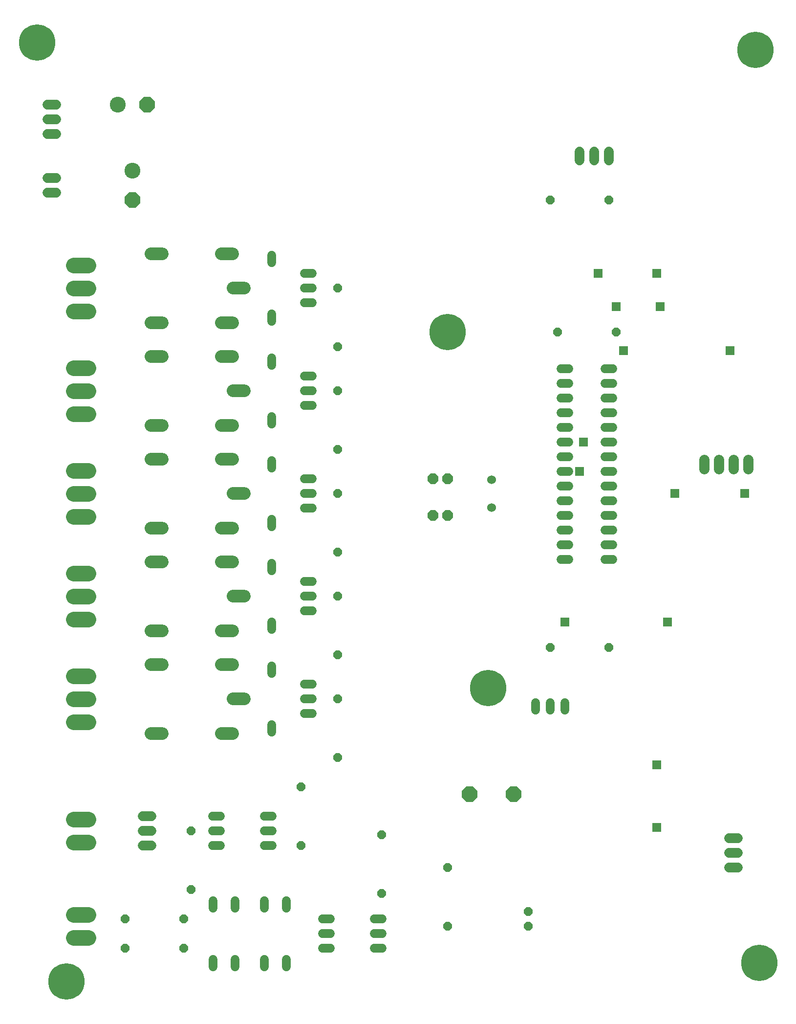
<source format=gts>
G75*
%MOIN*%
%OFA0B0*%
%FSLAX25Y25*%
%IPPOS*%
%LPD*%
%AMOC8*
5,1,8,0,0,1.08239X$1,22.5*
%
%ADD10C,0.06000*%
%ADD11OC8,0.10800*%
%ADD12C,0.08600*%
%ADD13C,0.06800*%
%ADD14C,0.10800*%
%ADD15C,0.06900*%
%ADD16OC8,0.06000*%
%ADD17C,0.06000*%
%ADD18OC8,0.07100*%
%ADD19C,0.10700*%
%ADD20R,0.06115X0.06115*%
%ADD21C,0.24800*%
D10*
X0163000Y0040400D02*
X0163000Y0045600D01*
X0178000Y0045600D02*
X0178000Y0040400D01*
X0198000Y0040400D02*
X0198000Y0045600D01*
X0213000Y0045600D02*
X0213000Y0040400D01*
X0237800Y0053000D02*
X0243000Y0053000D01*
X0243000Y0063000D02*
X0237800Y0063000D01*
X0237800Y0073000D02*
X0243000Y0073000D01*
X0273000Y0073000D02*
X0278200Y0073000D01*
X0278200Y0063000D02*
X0273000Y0063000D01*
X0273000Y0053000D02*
X0278200Y0053000D01*
X0213000Y0080400D02*
X0213000Y0085600D01*
X0198000Y0085600D02*
X0198000Y0080400D01*
X0178000Y0080400D02*
X0178000Y0085600D01*
X0163000Y0085600D02*
X0163000Y0080400D01*
X0162800Y0123000D02*
X0168000Y0123000D01*
X0168000Y0133000D02*
X0162800Y0133000D01*
X0162800Y0143000D02*
X0168000Y0143000D01*
X0198000Y0143000D02*
X0203200Y0143000D01*
X0203200Y0133000D02*
X0198000Y0133000D01*
X0198000Y0123000D02*
X0203200Y0123000D01*
X0203000Y0200400D02*
X0203000Y0205600D01*
X0225400Y0213000D02*
X0230600Y0213000D01*
X0230600Y0223000D02*
X0225400Y0223000D01*
X0225400Y0233000D02*
X0230600Y0233000D01*
X0203000Y0240400D02*
X0203000Y0245600D01*
X0203000Y0270400D02*
X0203000Y0275600D01*
X0225400Y0283000D02*
X0230600Y0283000D01*
X0230600Y0293000D02*
X0225400Y0293000D01*
X0225400Y0303000D02*
X0230600Y0303000D01*
X0203000Y0310400D02*
X0203000Y0315600D01*
X0203000Y0340400D02*
X0203000Y0345600D01*
X0225400Y0353000D02*
X0230600Y0353000D01*
X0230600Y0363000D02*
X0225400Y0363000D01*
X0225400Y0373000D02*
X0230600Y0373000D01*
X0203000Y0380400D02*
X0203000Y0385600D01*
X0203000Y0410400D02*
X0203000Y0415600D01*
X0225400Y0423000D02*
X0230600Y0423000D01*
X0230600Y0433000D02*
X0225400Y0433000D01*
X0225400Y0443000D02*
X0230600Y0443000D01*
X0203000Y0450400D02*
X0203000Y0455600D01*
X0203000Y0480400D02*
X0203000Y0485600D01*
X0225400Y0493000D02*
X0230600Y0493000D01*
X0230600Y0503000D02*
X0225400Y0503000D01*
X0225400Y0513000D02*
X0230600Y0513000D01*
X0203000Y0520400D02*
X0203000Y0525600D01*
X0400400Y0448000D02*
X0405600Y0448000D01*
X0405600Y0438000D02*
X0400400Y0438000D01*
X0400400Y0428000D02*
X0405600Y0428000D01*
X0405600Y0418000D02*
X0400400Y0418000D01*
X0400400Y0408000D02*
X0405600Y0408000D01*
X0405600Y0398000D02*
X0400400Y0398000D01*
X0400400Y0388000D02*
X0405600Y0388000D01*
X0405600Y0378000D02*
X0400400Y0378000D01*
X0400400Y0368000D02*
X0405600Y0368000D01*
X0405600Y0358000D02*
X0400400Y0358000D01*
X0400400Y0348000D02*
X0405600Y0348000D01*
X0405600Y0338000D02*
X0400400Y0338000D01*
X0400400Y0328000D02*
X0405600Y0328000D01*
X0405600Y0318000D02*
X0400400Y0318000D01*
X0430400Y0318000D02*
X0435600Y0318000D01*
X0435600Y0328000D02*
X0430400Y0328000D01*
X0430400Y0338000D02*
X0435600Y0338000D01*
X0435600Y0348000D02*
X0430400Y0348000D01*
X0430400Y0358000D02*
X0435600Y0358000D01*
X0435600Y0368000D02*
X0430400Y0368000D01*
X0430400Y0378000D02*
X0435600Y0378000D01*
X0435600Y0388000D02*
X0430400Y0388000D01*
X0430400Y0398000D02*
X0435600Y0398000D01*
X0435600Y0408000D02*
X0430400Y0408000D01*
X0430400Y0418000D02*
X0435600Y0418000D01*
X0435600Y0428000D02*
X0430400Y0428000D01*
X0430400Y0438000D02*
X0435600Y0438000D01*
X0435600Y0448000D02*
X0430400Y0448000D01*
X0403000Y0220600D02*
X0403000Y0215400D01*
X0393000Y0215400D02*
X0393000Y0220600D01*
X0383000Y0220600D02*
X0383000Y0215400D01*
D11*
X0368000Y0158000D03*
X0338000Y0158000D03*
X0108000Y0563000D03*
X0118000Y0628000D03*
D12*
X0120600Y0526500D02*
X0128400Y0526500D01*
X0168600Y0526500D02*
X0176400Y0526500D01*
X0176600Y0503000D02*
X0184400Y0503000D01*
X0176400Y0479500D02*
X0168600Y0479500D01*
X0168600Y0456500D02*
X0176400Y0456500D01*
X0176600Y0433000D02*
X0184400Y0433000D01*
X0176400Y0409500D02*
X0168600Y0409500D01*
X0168600Y0386500D02*
X0176400Y0386500D01*
X0176600Y0363000D02*
X0184400Y0363000D01*
X0176400Y0339500D02*
X0168600Y0339500D01*
X0168600Y0316500D02*
X0176400Y0316500D01*
X0176600Y0293000D02*
X0184400Y0293000D01*
X0176400Y0269500D02*
X0168600Y0269500D01*
X0168600Y0246500D02*
X0176400Y0246500D01*
X0176600Y0223000D02*
X0184400Y0223000D01*
X0176400Y0199500D02*
X0168600Y0199500D01*
X0128400Y0199500D02*
X0120600Y0199500D01*
X0120600Y0246500D02*
X0128400Y0246500D01*
X0128400Y0269500D02*
X0120600Y0269500D01*
X0120600Y0316500D02*
X0128400Y0316500D01*
X0128400Y0339500D02*
X0120600Y0339500D01*
X0120600Y0386500D02*
X0128400Y0386500D01*
X0128400Y0409500D02*
X0120600Y0409500D01*
X0120600Y0456500D02*
X0128400Y0456500D01*
X0128400Y0479500D02*
X0120600Y0479500D01*
D13*
X0056000Y0568000D02*
X0050000Y0568000D01*
X0050000Y0578000D02*
X0056000Y0578000D01*
X0056000Y0608000D02*
X0050000Y0608000D01*
X0050000Y0618000D02*
X0056000Y0618000D01*
X0056000Y0628000D02*
X0050000Y0628000D01*
X0413000Y0596000D02*
X0413000Y0590000D01*
X0423000Y0590000D02*
X0423000Y0596000D01*
X0433000Y0596000D02*
X0433000Y0590000D01*
X0121000Y0143000D02*
X0115000Y0143000D01*
X0115000Y0133000D02*
X0121000Y0133000D01*
X0121000Y0123000D02*
X0115000Y0123000D01*
X0515000Y0118000D02*
X0521000Y0118000D01*
X0521000Y0108000D02*
X0515000Y0108000D01*
X0515000Y0128000D02*
X0521000Y0128000D01*
D14*
X0108000Y0583000D03*
X0098000Y0628000D03*
D15*
X0498000Y0386050D02*
X0498000Y0379950D01*
X0508000Y0379950D02*
X0508000Y0386050D01*
X0518000Y0386050D02*
X0518000Y0379950D01*
X0528000Y0379950D02*
X0528000Y0386050D01*
D16*
X0438000Y0473000D03*
X0398000Y0473000D03*
X0393000Y0563000D03*
X0433000Y0563000D03*
X0248000Y0503000D03*
X0248000Y0463000D03*
X0248000Y0433000D03*
X0248000Y0393000D03*
X0248000Y0363000D03*
X0248000Y0323000D03*
X0248000Y0293000D03*
X0248000Y0253000D03*
X0248000Y0223000D03*
X0248000Y0183000D03*
X0223000Y0163000D03*
X0223000Y0123000D03*
X0278000Y0130500D03*
X0278000Y0090500D03*
X0323000Y0108000D03*
X0323000Y0068000D03*
X0378000Y0068000D03*
X0378000Y0078000D03*
X0393000Y0258000D03*
X0433000Y0258000D03*
X0148000Y0133000D03*
X0148000Y0093000D03*
X0143000Y0073000D03*
X0143000Y0053000D03*
X0103000Y0053000D03*
X0103000Y0073000D03*
D17*
X0353000Y0353500D03*
X0353000Y0372500D03*
D18*
X0323000Y0373000D03*
X0313000Y0373000D03*
X0313000Y0348000D03*
X0323000Y0348000D03*
D19*
X0077950Y0347300D02*
X0068050Y0347300D01*
X0068050Y0362900D02*
X0077950Y0362900D01*
X0077950Y0378500D02*
X0068050Y0378500D01*
X0068050Y0417300D02*
X0077950Y0417300D01*
X0077950Y0432900D02*
X0068050Y0432900D01*
X0068050Y0448500D02*
X0077950Y0448500D01*
X0077950Y0487300D02*
X0068050Y0487300D01*
X0068050Y0502900D02*
X0077950Y0502900D01*
X0077950Y0518500D02*
X0068050Y0518500D01*
X0068050Y0308500D02*
X0077950Y0308500D01*
X0077950Y0292900D02*
X0068050Y0292900D01*
X0068050Y0277300D02*
X0077950Y0277300D01*
X0077950Y0238500D02*
X0068050Y0238500D01*
X0068050Y0222900D02*
X0077950Y0222900D01*
X0077950Y0207300D02*
X0068050Y0207300D01*
X0068050Y0140800D02*
X0077950Y0140800D01*
X0077950Y0125200D02*
X0068050Y0125200D01*
X0068050Y0075800D02*
X0077950Y0075800D01*
X0077950Y0060200D02*
X0068050Y0060200D01*
D20*
X0403000Y0275500D03*
X0473000Y0275500D03*
X0478000Y0363000D03*
X0525500Y0363000D03*
X0515500Y0460500D03*
X0468000Y0490500D03*
X0465500Y0513000D03*
X0438000Y0490500D03*
X0425500Y0513000D03*
X0443000Y0460500D03*
X0415500Y0398000D03*
X0413000Y0378000D03*
X0465500Y0178000D03*
X0465500Y0135500D03*
D21*
X0063000Y0030500D03*
X0350500Y0230500D03*
X0535500Y0043000D03*
X0323000Y0473000D03*
X0533000Y0665500D03*
X0043000Y0670500D03*
M02*

</source>
